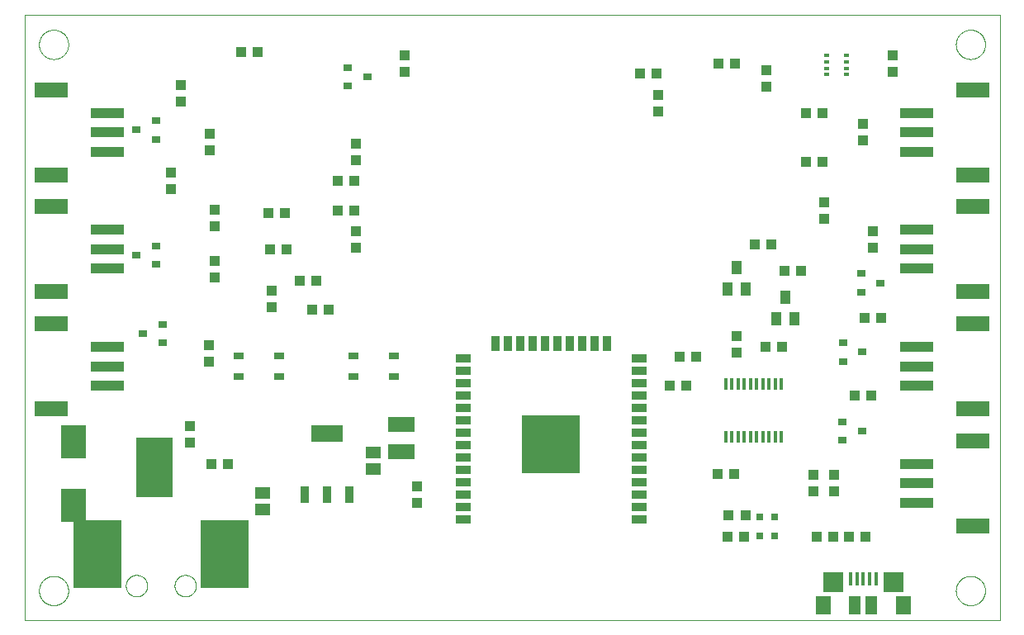
<source format=gbp>
G75*
%MOIN*%
%OFA0B0*%
%FSLAX25Y25*%
%IPPOS*%
%LPD*%
%AMOC8*
5,1,8,0,0,1.08239X$1,22.5*
%
%ADD10C,0.00000*%
%ADD11R,0.05906X0.05118*%
%ADD12R,0.04331X0.03937*%
%ADD13R,0.03937X0.04331*%
%ADD14R,0.10630X0.06299*%
%ADD15R,0.13780X0.03937*%
%ADD16R,0.13386X0.05906*%
%ADD17R,0.03543X0.03150*%
%ADD18R,0.03150X0.03150*%
%ADD19R,0.04134X0.02559*%
%ADD20R,0.03937X0.05512*%
%ADD21R,0.01500X0.04500*%
%ADD22R,0.05906X0.03543*%
%ADD23R,0.03543X0.05906*%
%ADD24R,0.23622X0.23622*%
%ADD25R,0.01969X0.01378*%
%ADD26R,0.09843X0.13780*%
%ADD27R,0.01575X0.05315*%
%ADD28R,0.08268X0.07874*%
%ADD29R,0.04724X0.07480*%
%ADD30R,0.06299X0.07480*%
%ADD31R,0.19685X0.27559*%
%ADD32R,0.14961X0.24016*%
%ADD33R,0.03740X0.06890*%
%ADD34R,0.12598X0.06890*%
D10*
X0009166Y0018906D02*
X0009166Y0263000D01*
X0402866Y0263000D01*
X0402866Y0018906D01*
X0009166Y0018906D01*
X0015071Y0030717D02*
X0015073Y0030870D01*
X0015079Y0031024D01*
X0015089Y0031177D01*
X0015103Y0031329D01*
X0015121Y0031482D01*
X0015143Y0031633D01*
X0015168Y0031784D01*
X0015198Y0031935D01*
X0015232Y0032085D01*
X0015269Y0032233D01*
X0015310Y0032381D01*
X0015355Y0032527D01*
X0015404Y0032673D01*
X0015457Y0032817D01*
X0015513Y0032959D01*
X0015573Y0033100D01*
X0015637Y0033240D01*
X0015704Y0033378D01*
X0015775Y0033514D01*
X0015850Y0033648D01*
X0015927Y0033780D01*
X0016009Y0033910D01*
X0016093Y0034038D01*
X0016181Y0034164D01*
X0016272Y0034287D01*
X0016366Y0034408D01*
X0016464Y0034526D01*
X0016564Y0034642D01*
X0016668Y0034755D01*
X0016774Y0034866D01*
X0016883Y0034974D01*
X0016995Y0035079D01*
X0017109Y0035180D01*
X0017227Y0035279D01*
X0017346Y0035375D01*
X0017468Y0035468D01*
X0017593Y0035557D01*
X0017720Y0035644D01*
X0017849Y0035726D01*
X0017980Y0035806D01*
X0018113Y0035882D01*
X0018248Y0035955D01*
X0018385Y0036024D01*
X0018524Y0036089D01*
X0018664Y0036151D01*
X0018806Y0036209D01*
X0018949Y0036264D01*
X0019094Y0036315D01*
X0019240Y0036362D01*
X0019387Y0036405D01*
X0019535Y0036444D01*
X0019684Y0036480D01*
X0019834Y0036511D01*
X0019985Y0036539D01*
X0020136Y0036563D01*
X0020289Y0036583D01*
X0020441Y0036599D01*
X0020594Y0036611D01*
X0020747Y0036619D01*
X0020900Y0036623D01*
X0021054Y0036623D01*
X0021207Y0036619D01*
X0021360Y0036611D01*
X0021513Y0036599D01*
X0021665Y0036583D01*
X0021818Y0036563D01*
X0021969Y0036539D01*
X0022120Y0036511D01*
X0022270Y0036480D01*
X0022419Y0036444D01*
X0022567Y0036405D01*
X0022714Y0036362D01*
X0022860Y0036315D01*
X0023005Y0036264D01*
X0023148Y0036209D01*
X0023290Y0036151D01*
X0023430Y0036089D01*
X0023569Y0036024D01*
X0023706Y0035955D01*
X0023841Y0035882D01*
X0023974Y0035806D01*
X0024105Y0035726D01*
X0024234Y0035644D01*
X0024361Y0035557D01*
X0024486Y0035468D01*
X0024608Y0035375D01*
X0024727Y0035279D01*
X0024845Y0035180D01*
X0024959Y0035079D01*
X0025071Y0034974D01*
X0025180Y0034866D01*
X0025286Y0034755D01*
X0025390Y0034642D01*
X0025490Y0034526D01*
X0025588Y0034408D01*
X0025682Y0034287D01*
X0025773Y0034164D01*
X0025861Y0034038D01*
X0025945Y0033910D01*
X0026027Y0033780D01*
X0026104Y0033648D01*
X0026179Y0033514D01*
X0026250Y0033378D01*
X0026317Y0033240D01*
X0026381Y0033100D01*
X0026441Y0032959D01*
X0026497Y0032817D01*
X0026550Y0032673D01*
X0026599Y0032527D01*
X0026644Y0032381D01*
X0026685Y0032233D01*
X0026722Y0032085D01*
X0026756Y0031935D01*
X0026786Y0031784D01*
X0026811Y0031633D01*
X0026833Y0031482D01*
X0026851Y0031329D01*
X0026865Y0031177D01*
X0026875Y0031024D01*
X0026881Y0030870D01*
X0026883Y0030717D01*
X0026881Y0030564D01*
X0026875Y0030410D01*
X0026865Y0030257D01*
X0026851Y0030105D01*
X0026833Y0029952D01*
X0026811Y0029801D01*
X0026786Y0029650D01*
X0026756Y0029499D01*
X0026722Y0029349D01*
X0026685Y0029201D01*
X0026644Y0029053D01*
X0026599Y0028907D01*
X0026550Y0028761D01*
X0026497Y0028617D01*
X0026441Y0028475D01*
X0026381Y0028334D01*
X0026317Y0028194D01*
X0026250Y0028056D01*
X0026179Y0027920D01*
X0026104Y0027786D01*
X0026027Y0027654D01*
X0025945Y0027524D01*
X0025861Y0027396D01*
X0025773Y0027270D01*
X0025682Y0027147D01*
X0025588Y0027026D01*
X0025490Y0026908D01*
X0025390Y0026792D01*
X0025286Y0026679D01*
X0025180Y0026568D01*
X0025071Y0026460D01*
X0024959Y0026355D01*
X0024845Y0026254D01*
X0024727Y0026155D01*
X0024608Y0026059D01*
X0024486Y0025966D01*
X0024361Y0025877D01*
X0024234Y0025790D01*
X0024105Y0025708D01*
X0023974Y0025628D01*
X0023841Y0025552D01*
X0023706Y0025479D01*
X0023569Y0025410D01*
X0023430Y0025345D01*
X0023290Y0025283D01*
X0023148Y0025225D01*
X0023005Y0025170D01*
X0022860Y0025119D01*
X0022714Y0025072D01*
X0022567Y0025029D01*
X0022419Y0024990D01*
X0022270Y0024954D01*
X0022120Y0024923D01*
X0021969Y0024895D01*
X0021818Y0024871D01*
X0021665Y0024851D01*
X0021513Y0024835D01*
X0021360Y0024823D01*
X0021207Y0024815D01*
X0021054Y0024811D01*
X0020900Y0024811D01*
X0020747Y0024815D01*
X0020594Y0024823D01*
X0020441Y0024835D01*
X0020289Y0024851D01*
X0020136Y0024871D01*
X0019985Y0024895D01*
X0019834Y0024923D01*
X0019684Y0024954D01*
X0019535Y0024990D01*
X0019387Y0025029D01*
X0019240Y0025072D01*
X0019094Y0025119D01*
X0018949Y0025170D01*
X0018806Y0025225D01*
X0018664Y0025283D01*
X0018524Y0025345D01*
X0018385Y0025410D01*
X0018248Y0025479D01*
X0018113Y0025552D01*
X0017980Y0025628D01*
X0017849Y0025708D01*
X0017720Y0025790D01*
X0017593Y0025877D01*
X0017468Y0025966D01*
X0017346Y0026059D01*
X0017227Y0026155D01*
X0017109Y0026254D01*
X0016995Y0026355D01*
X0016883Y0026460D01*
X0016774Y0026568D01*
X0016668Y0026679D01*
X0016564Y0026792D01*
X0016464Y0026908D01*
X0016366Y0027026D01*
X0016272Y0027147D01*
X0016181Y0027270D01*
X0016093Y0027396D01*
X0016009Y0027524D01*
X0015927Y0027654D01*
X0015850Y0027786D01*
X0015775Y0027920D01*
X0015704Y0028056D01*
X0015637Y0028194D01*
X0015573Y0028334D01*
X0015513Y0028475D01*
X0015457Y0028617D01*
X0015404Y0028761D01*
X0015355Y0028907D01*
X0015310Y0029053D01*
X0015269Y0029201D01*
X0015232Y0029349D01*
X0015198Y0029499D01*
X0015168Y0029650D01*
X0015143Y0029801D01*
X0015121Y0029952D01*
X0015103Y0030105D01*
X0015089Y0030257D01*
X0015079Y0030410D01*
X0015073Y0030564D01*
X0015071Y0030717D01*
X0050110Y0032685D02*
X0050112Y0032816D01*
X0050118Y0032948D01*
X0050128Y0033079D01*
X0050142Y0033210D01*
X0050160Y0033340D01*
X0050182Y0033469D01*
X0050207Y0033598D01*
X0050237Y0033726D01*
X0050271Y0033853D01*
X0050308Y0033980D01*
X0050349Y0034104D01*
X0050394Y0034228D01*
X0050443Y0034350D01*
X0050495Y0034471D01*
X0050551Y0034589D01*
X0050611Y0034707D01*
X0050674Y0034822D01*
X0050741Y0034935D01*
X0050811Y0035047D01*
X0050884Y0035156D01*
X0050960Y0035262D01*
X0051040Y0035367D01*
X0051123Y0035469D01*
X0051209Y0035568D01*
X0051298Y0035665D01*
X0051390Y0035759D01*
X0051485Y0035850D01*
X0051582Y0035939D01*
X0051682Y0036024D01*
X0051785Y0036106D01*
X0051890Y0036185D01*
X0051997Y0036261D01*
X0052107Y0036333D01*
X0052219Y0036402D01*
X0052333Y0036468D01*
X0052448Y0036530D01*
X0052566Y0036589D01*
X0052685Y0036644D01*
X0052806Y0036696D01*
X0052929Y0036743D01*
X0053053Y0036787D01*
X0053178Y0036828D01*
X0053304Y0036864D01*
X0053432Y0036897D01*
X0053560Y0036925D01*
X0053689Y0036950D01*
X0053819Y0036971D01*
X0053949Y0036988D01*
X0054080Y0037001D01*
X0054211Y0037010D01*
X0054342Y0037015D01*
X0054474Y0037016D01*
X0054605Y0037013D01*
X0054737Y0037006D01*
X0054868Y0036995D01*
X0054998Y0036980D01*
X0055128Y0036961D01*
X0055258Y0036938D01*
X0055386Y0036912D01*
X0055514Y0036881D01*
X0055641Y0036846D01*
X0055767Y0036808D01*
X0055891Y0036766D01*
X0056015Y0036720D01*
X0056136Y0036670D01*
X0056256Y0036617D01*
X0056375Y0036560D01*
X0056492Y0036500D01*
X0056606Y0036436D01*
X0056719Y0036368D01*
X0056830Y0036297D01*
X0056939Y0036223D01*
X0057045Y0036146D01*
X0057149Y0036065D01*
X0057250Y0035982D01*
X0057349Y0035895D01*
X0057445Y0035805D01*
X0057538Y0035712D01*
X0057629Y0035617D01*
X0057716Y0035519D01*
X0057801Y0035418D01*
X0057882Y0035315D01*
X0057960Y0035209D01*
X0058035Y0035101D01*
X0058107Y0034991D01*
X0058175Y0034879D01*
X0058240Y0034765D01*
X0058301Y0034648D01*
X0058359Y0034530D01*
X0058413Y0034410D01*
X0058464Y0034289D01*
X0058511Y0034166D01*
X0058554Y0034042D01*
X0058593Y0033917D01*
X0058629Y0033790D01*
X0058660Y0033662D01*
X0058688Y0033534D01*
X0058712Y0033405D01*
X0058732Y0033275D01*
X0058748Y0033144D01*
X0058760Y0033013D01*
X0058768Y0032882D01*
X0058772Y0032751D01*
X0058772Y0032619D01*
X0058768Y0032488D01*
X0058760Y0032357D01*
X0058748Y0032226D01*
X0058732Y0032095D01*
X0058712Y0031965D01*
X0058688Y0031836D01*
X0058660Y0031708D01*
X0058629Y0031580D01*
X0058593Y0031453D01*
X0058554Y0031328D01*
X0058511Y0031204D01*
X0058464Y0031081D01*
X0058413Y0030960D01*
X0058359Y0030840D01*
X0058301Y0030722D01*
X0058240Y0030605D01*
X0058175Y0030491D01*
X0058107Y0030379D01*
X0058035Y0030269D01*
X0057960Y0030161D01*
X0057882Y0030055D01*
X0057801Y0029952D01*
X0057716Y0029851D01*
X0057629Y0029753D01*
X0057538Y0029658D01*
X0057445Y0029565D01*
X0057349Y0029475D01*
X0057250Y0029388D01*
X0057149Y0029305D01*
X0057045Y0029224D01*
X0056939Y0029147D01*
X0056830Y0029073D01*
X0056719Y0029002D01*
X0056607Y0028934D01*
X0056492Y0028870D01*
X0056375Y0028810D01*
X0056256Y0028753D01*
X0056136Y0028700D01*
X0056015Y0028650D01*
X0055891Y0028604D01*
X0055767Y0028562D01*
X0055641Y0028524D01*
X0055514Y0028489D01*
X0055386Y0028458D01*
X0055258Y0028432D01*
X0055128Y0028409D01*
X0054998Y0028390D01*
X0054868Y0028375D01*
X0054737Y0028364D01*
X0054605Y0028357D01*
X0054474Y0028354D01*
X0054342Y0028355D01*
X0054211Y0028360D01*
X0054080Y0028369D01*
X0053949Y0028382D01*
X0053819Y0028399D01*
X0053689Y0028420D01*
X0053560Y0028445D01*
X0053432Y0028473D01*
X0053304Y0028506D01*
X0053178Y0028542D01*
X0053053Y0028583D01*
X0052929Y0028627D01*
X0052806Y0028674D01*
X0052685Y0028726D01*
X0052566Y0028781D01*
X0052448Y0028840D01*
X0052333Y0028902D01*
X0052219Y0028968D01*
X0052107Y0029037D01*
X0051997Y0029109D01*
X0051890Y0029185D01*
X0051785Y0029264D01*
X0051682Y0029346D01*
X0051582Y0029431D01*
X0051485Y0029520D01*
X0051390Y0029611D01*
X0051298Y0029705D01*
X0051209Y0029802D01*
X0051123Y0029901D01*
X0051040Y0030003D01*
X0050960Y0030108D01*
X0050884Y0030214D01*
X0050811Y0030323D01*
X0050741Y0030435D01*
X0050674Y0030548D01*
X0050611Y0030663D01*
X0050551Y0030781D01*
X0050495Y0030899D01*
X0050443Y0031020D01*
X0050394Y0031142D01*
X0050349Y0031266D01*
X0050308Y0031390D01*
X0050271Y0031517D01*
X0050237Y0031644D01*
X0050207Y0031772D01*
X0050182Y0031901D01*
X0050160Y0032030D01*
X0050142Y0032160D01*
X0050128Y0032291D01*
X0050118Y0032422D01*
X0050112Y0032554D01*
X0050110Y0032685D01*
X0069795Y0032685D02*
X0069797Y0032816D01*
X0069803Y0032948D01*
X0069813Y0033079D01*
X0069827Y0033210D01*
X0069845Y0033340D01*
X0069867Y0033469D01*
X0069892Y0033598D01*
X0069922Y0033726D01*
X0069956Y0033853D01*
X0069993Y0033980D01*
X0070034Y0034104D01*
X0070079Y0034228D01*
X0070128Y0034350D01*
X0070180Y0034471D01*
X0070236Y0034589D01*
X0070296Y0034707D01*
X0070359Y0034822D01*
X0070426Y0034935D01*
X0070496Y0035047D01*
X0070569Y0035156D01*
X0070645Y0035262D01*
X0070725Y0035367D01*
X0070808Y0035469D01*
X0070894Y0035568D01*
X0070983Y0035665D01*
X0071075Y0035759D01*
X0071170Y0035850D01*
X0071267Y0035939D01*
X0071367Y0036024D01*
X0071470Y0036106D01*
X0071575Y0036185D01*
X0071682Y0036261D01*
X0071792Y0036333D01*
X0071904Y0036402D01*
X0072018Y0036468D01*
X0072133Y0036530D01*
X0072251Y0036589D01*
X0072370Y0036644D01*
X0072491Y0036696D01*
X0072614Y0036743D01*
X0072738Y0036787D01*
X0072863Y0036828D01*
X0072989Y0036864D01*
X0073117Y0036897D01*
X0073245Y0036925D01*
X0073374Y0036950D01*
X0073504Y0036971D01*
X0073634Y0036988D01*
X0073765Y0037001D01*
X0073896Y0037010D01*
X0074027Y0037015D01*
X0074159Y0037016D01*
X0074290Y0037013D01*
X0074422Y0037006D01*
X0074553Y0036995D01*
X0074683Y0036980D01*
X0074813Y0036961D01*
X0074943Y0036938D01*
X0075071Y0036912D01*
X0075199Y0036881D01*
X0075326Y0036846D01*
X0075452Y0036808D01*
X0075576Y0036766D01*
X0075700Y0036720D01*
X0075821Y0036670D01*
X0075941Y0036617D01*
X0076060Y0036560D01*
X0076177Y0036500D01*
X0076291Y0036436D01*
X0076404Y0036368D01*
X0076515Y0036297D01*
X0076624Y0036223D01*
X0076730Y0036146D01*
X0076834Y0036065D01*
X0076935Y0035982D01*
X0077034Y0035895D01*
X0077130Y0035805D01*
X0077223Y0035712D01*
X0077314Y0035617D01*
X0077401Y0035519D01*
X0077486Y0035418D01*
X0077567Y0035315D01*
X0077645Y0035209D01*
X0077720Y0035101D01*
X0077792Y0034991D01*
X0077860Y0034879D01*
X0077925Y0034765D01*
X0077986Y0034648D01*
X0078044Y0034530D01*
X0078098Y0034410D01*
X0078149Y0034289D01*
X0078196Y0034166D01*
X0078239Y0034042D01*
X0078278Y0033917D01*
X0078314Y0033790D01*
X0078345Y0033662D01*
X0078373Y0033534D01*
X0078397Y0033405D01*
X0078417Y0033275D01*
X0078433Y0033144D01*
X0078445Y0033013D01*
X0078453Y0032882D01*
X0078457Y0032751D01*
X0078457Y0032619D01*
X0078453Y0032488D01*
X0078445Y0032357D01*
X0078433Y0032226D01*
X0078417Y0032095D01*
X0078397Y0031965D01*
X0078373Y0031836D01*
X0078345Y0031708D01*
X0078314Y0031580D01*
X0078278Y0031453D01*
X0078239Y0031328D01*
X0078196Y0031204D01*
X0078149Y0031081D01*
X0078098Y0030960D01*
X0078044Y0030840D01*
X0077986Y0030722D01*
X0077925Y0030605D01*
X0077860Y0030491D01*
X0077792Y0030379D01*
X0077720Y0030269D01*
X0077645Y0030161D01*
X0077567Y0030055D01*
X0077486Y0029952D01*
X0077401Y0029851D01*
X0077314Y0029753D01*
X0077223Y0029658D01*
X0077130Y0029565D01*
X0077034Y0029475D01*
X0076935Y0029388D01*
X0076834Y0029305D01*
X0076730Y0029224D01*
X0076624Y0029147D01*
X0076515Y0029073D01*
X0076404Y0029002D01*
X0076292Y0028934D01*
X0076177Y0028870D01*
X0076060Y0028810D01*
X0075941Y0028753D01*
X0075821Y0028700D01*
X0075700Y0028650D01*
X0075576Y0028604D01*
X0075452Y0028562D01*
X0075326Y0028524D01*
X0075199Y0028489D01*
X0075071Y0028458D01*
X0074943Y0028432D01*
X0074813Y0028409D01*
X0074683Y0028390D01*
X0074553Y0028375D01*
X0074422Y0028364D01*
X0074290Y0028357D01*
X0074159Y0028354D01*
X0074027Y0028355D01*
X0073896Y0028360D01*
X0073765Y0028369D01*
X0073634Y0028382D01*
X0073504Y0028399D01*
X0073374Y0028420D01*
X0073245Y0028445D01*
X0073117Y0028473D01*
X0072989Y0028506D01*
X0072863Y0028542D01*
X0072738Y0028583D01*
X0072614Y0028627D01*
X0072491Y0028674D01*
X0072370Y0028726D01*
X0072251Y0028781D01*
X0072133Y0028840D01*
X0072018Y0028902D01*
X0071904Y0028968D01*
X0071792Y0029037D01*
X0071682Y0029109D01*
X0071575Y0029185D01*
X0071470Y0029264D01*
X0071367Y0029346D01*
X0071267Y0029431D01*
X0071170Y0029520D01*
X0071075Y0029611D01*
X0070983Y0029705D01*
X0070894Y0029802D01*
X0070808Y0029901D01*
X0070725Y0030003D01*
X0070645Y0030108D01*
X0070569Y0030214D01*
X0070496Y0030323D01*
X0070426Y0030435D01*
X0070359Y0030548D01*
X0070296Y0030663D01*
X0070236Y0030781D01*
X0070180Y0030899D01*
X0070128Y0031020D01*
X0070079Y0031142D01*
X0070034Y0031266D01*
X0069993Y0031390D01*
X0069956Y0031517D01*
X0069922Y0031644D01*
X0069892Y0031772D01*
X0069867Y0031901D01*
X0069845Y0032030D01*
X0069827Y0032160D01*
X0069813Y0032291D01*
X0069803Y0032422D01*
X0069797Y0032554D01*
X0069795Y0032685D01*
X0015071Y0251189D02*
X0015073Y0251342D01*
X0015079Y0251496D01*
X0015089Y0251649D01*
X0015103Y0251801D01*
X0015121Y0251954D01*
X0015143Y0252105D01*
X0015168Y0252256D01*
X0015198Y0252407D01*
X0015232Y0252557D01*
X0015269Y0252705D01*
X0015310Y0252853D01*
X0015355Y0252999D01*
X0015404Y0253145D01*
X0015457Y0253289D01*
X0015513Y0253431D01*
X0015573Y0253572D01*
X0015637Y0253712D01*
X0015704Y0253850D01*
X0015775Y0253986D01*
X0015850Y0254120D01*
X0015927Y0254252D01*
X0016009Y0254382D01*
X0016093Y0254510D01*
X0016181Y0254636D01*
X0016272Y0254759D01*
X0016366Y0254880D01*
X0016464Y0254998D01*
X0016564Y0255114D01*
X0016668Y0255227D01*
X0016774Y0255338D01*
X0016883Y0255446D01*
X0016995Y0255551D01*
X0017109Y0255652D01*
X0017227Y0255751D01*
X0017346Y0255847D01*
X0017468Y0255940D01*
X0017593Y0256029D01*
X0017720Y0256116D01*
X0017849Y0256198D01*
X0017980Y0256278D01*
X0018113Y0256354D01*
X0018248Y0256427D01*
X0018385Y0256496D01*
X0018524Y0256561D01*
X0018664Y0256623D01*
X0018806Y0256681D01*
X0018949Y0256736D01*
X0019094Y0256787D01*
X0019240Y0256834D01*
X0019387Y0256877D01*
X0019535Y0256916D01*
X0019684Y0256952D01*
X0019834Y0256983D01*
X0019985Y0257011D01*
X0020136Y0257035D01*
X0020289Y0257055D01*
X0020441Y0257071D01*
X0020594Y0257083D01*
X0020747Y0257091D01*
X0020900Y0257095D01*
X0021054Y0257095D01*
X0021207Y0257091D01*
X0021360Y0257083D01*
X0021513Y0257071D01*
X0021665Y0257055D01*
X0021818Y0257035D01*
X0021969Y0257011D01*
X0022120Y0256983D01*
X0022270Y0256952D01*
X0022419Y0256916D01*
X0022567Y0256877D01*
X0022714Y0256834D01*
X0022860Y0256787D01*
X0023005Y0256736D01*
X0023148Y0256681D01*
X0023290Y0256623D01*
X0023430Y0256561D01*
X0023569Y0256496D01*
X0023706Y0256427D01*
X0023841Y0256354D01*
X0023974Y0256278D01*
X0024105Y0256198D01*
X0024234Y0256116D01*
X0024361Y0256029D01*
X0024486Y0255940D01*
X0024608Y0255847D01*
X0024727Y0255751D01*
X0024845Y0255652D01*
X0024959Y0255551D01*
X0025071Y0255446D01*
X0025180Y0255338D01*
X0025286Y0255227D01*
X0025390Y0255114D01*
X0025490Y0254998D01*
X0025588Y0254880D01*
X0025682Y0254759D01*
X0025773Y0254636D01*
X0025861Y0254510D01*
X0025945Y0254382D01*
X0026027Y0254252D01*
X0026104Y0254120D01*
X0026179Y0253986D01*
X0026250Y0253850D01*
X0026317Y0253712D01*
X0026381Y0253572D01*
X0026441Y0253431D01*
X0026497Y0253289D01*
X0026550Y0253145D01*
X0026599Y0252999D01*
X0026644Y0252853D01*
X0026685Y0252705D01*
X0026722Y0252557D01*
X0026756Y0252407D01*
X0026786Y0252256D01*
X0026811Y0252105D01*
X0026833Y0251954D01*
X0026851Y0251801D01*
X0026865Y0251649D01*
X0026875Y0251496D01*
X0026881Y0251342D01*
X0026883Y0251189D01*
X0026881Y0251036D01*
X0026875Y0250882D01*
X0026865Y0250729D01*
X0026851Y0250577D01*
X0026833Y0250424D01*
X0026811Y0250273D01*
X0026786Y0250122D01*
X0026756Y0249971D01*
X0026722Y0249821D01*
X0026685Y0249673D01*
X0026644Y0249525D01*
X0026599Y0249379D01*
X0026550Y0249233D01*
X0026497Y0249089D01*
X0026441Y0248947D01*
X0026381Y0248806D01*
X0026317Y0248666D01*
X0026250Y0248528D01*
X0026179Y0248392D01*
X0026104Y0248258D01*
X0026027Y0248126D01*
X0025945Y0247996D01*
X0025861Y0247868D01*
X0025773Y0247742D01*
X0025682Y0247619D01*
X0025588Y0247498D01*
X0025490Y0247380D01*
X0025390Y0247264D01*
X0025286Y0247151D01*
X0025180Y0247040D01*
X0025071Y0246932D01*
X0024959Y0246827D01*
X0024845Y0246726D01*
X0024727Y0246627D01*
X0024608Y0246531D01*
X0024486Y0246438D01*
X0024361Y0246349D01*
X0024234Y0246262D01*
X0024105Y0246180D01*
X0023974Y0246100D01*
X0023841Y0246024D01*
X0023706Y0245951D01*
X0023569Y0245882D01*
X0023430Y0245817D01*
X0023290Y0245755D01*
X0023148Y0245697D01*
X0023005Y0245642D01*
X0022860Y0245591D01*
X0022714Y0245544D01*
X0022567Y0245501D01*
X0022419Y0245462D01*
X0022270Y0245426D01*
X0022120Y0245395D01*
X0021969Y0245367D01*
X0021818Y0245343D01*
X0021665Y0245323D01*
X0021513Y0245307D01*
X0021360Y0245295D01*
X0021207Y0245287D01*
X0021054Y0245283D01*
X0020900Y0245283D01*
X0020747Y0245287D01*
X0020594Y0245295D01*
X0020441Y0245307D01*
X0020289Y0245323D01*
X0020136Y0245343D01*
X0019985Y0245367D01*
X0019834Y0245395D01*
X0019684Y0245426D01*
X0019535Y0245462D01*
X0019387Y0245501D01*
X0019240Y0245544D01*
X0019094Y0245591D01*
X0018949Y0245642D01*
X0018806Y0245697D01*
X0018664Y0245755D01*
X0018524Y0245817D01*
X0018385Y0245882D01*
X0018248Y0245951D01*
X0018113Y0246024D01*
X0017980Y0246100D01*
X0017849Y0246180D01*
X0017720Y0246262D01*
X0017593Y0246349D01*
X0017468Y0246438D01*
X0017346Y0246531D01*
X0017227Y0246627D01*
X0017109Y0246726D01*
X0016995Y0246827D01*
X0016883Y0246932D01*
X0016774Y0247040D01*
X0016668Y0247151D01*
X0016564Y0247264D01*
X0016464Y0247380D01*
X0016366Y0247498D01*
X0016272Y0247619D01*
X0016181Y0247742D01*
X0016093Y0247868D01*
X0016009Y0247996D01*
X0015927Y0248126D01*
X0015850Y0248258D01*
X0015775Y0248392D01*
X0015704Y0248528D01*
X0015637Y0248666D01*
X0015573Y0248806D01*
X0015513Y0248947D01*
X0015457Y0249089D01*
X0015404Y0249233D01*
X0015355Y0249379D01*
X0015310Y0249525D01*
X0015269Y0249673D01*
X0015232Y0249821D01*
X0015198Y0249971D01*
X0015168Y0250122D01*
X0015143Y0250273D01*
X0015121Y0250424D01*
X0015103Y0250577D01*
X0015089Y0250729D01*
X0015079Y0250882D01*
X0015073Y0251036D01*
X0015071Y0251189D01*
X0385149Y0251189D02*
X0385151Y0251342D01*
X0385157Y0251496D01*
X0385167Y0251649D01*
X0385181Y0251801D01*
X0385199Y0251954D01*
X0385221Y0252105D01*
X0385246Y0252256D01*
X0385276Y0252407D01*
X0385310Y0252557D01*
X0385347Y0252705D01*
X0385388Y0252853D01*
X0385433Y0252999D01*
X0385482Y0253145D01*
X0385535Y0253289D01*
X0385591Y0253431D01*
X0385651Y0253572D01*
X0385715Y0253712D01*
X0385782Y0253850D01*
X0385853Y0253986D01*
X0385928Y0254120D01*
X0386005Y0254252D01*
X0386087Y0254382D01*
X0386171Y0254510D01*
X0386259Y0254636D01*
X0386350Y0254759D01*
X0386444Y0254880D01*
X0386542Y0254998D01*
X0386642Y0255114D01*
X0386746Y0255227D01*
X0386852Y0255338D01*
X0386961Y0255446D01*
X0387073Y0255551D01*
X0387187Y0255652D01*
X0387305Y0255751D01*
X0387424Y0255847D01*
X0387546Y0255940D01*
X0387671Y0256029D01*
X0387798Y0256116D01*
X0387927Y0256198D01*
X0388058Y0256278D01*
X0388191Y0256354D01*
X0388326Y0256427D01*
X0388463Y0256496D01*
X0388602Y0256561D01*
X0388742Y0256623D01*
X0388884Y0256681D01*
X0389027Y0256736D01*
X0389172Y0256787D01*
X0389318Y0256834D01*
X0389465Y0256877D01*
X0389613Y0256916D01*
X0389762Y0256952D01*
X0389912Y0256983D01*
X0390063Y0257011D01*
X0390214Y0257035D01*
X0390367Y0257055D01*
X0390519Y0257071D01*
X0390672Y0257083D01*
X0390825Y0257091D01*
X0390978Y0257095D01*
X0391132Y0257095D01*
X0391285Y0257091D01*
X0391438Y0257083D01*
X0391591Y0257071D01*
X0391743Y0257055D01*
X0391896Y0257035D01*
X0392047Y0257011D01*
X0392198Y0256983D01*
X0392348Y0256952D01*
X0392497Y0256916D01*
X0392645Y0256877D01*
X0392792Y0256834D01*
X0392938Y0256787D01*
X0393083Y0256736D01*
X0393226Y0256681D01*
X0393368Y0256623D01*
X0393508Y0256561D01*
X0393647Y0256496D01*
X0393784Y0256427D01*
X0393919Y0256354D01*
X0394052Y0256278D01*
X0394183Y0256198D01*
X0394312Y0256116D01*
X0394439Y0256029D01*
X0394564Y0255940D01*
X0394686Y0255847D01*
X0394805Y0255751D01*
X0394923Y0255652D01*
X0395037Y0255551D01*
X0395149Y0255446D01*
X0395258Y0255338D01*
X0395364Y0255227D01*
X0395468Y0255114D01*
X0395568Y0254998D01*
X0395666Y0254880D01*
X0395760Y0254759D01*
X0395851Y0254636D01*
X0395939Y0254510D01*
X0396023Y0254382D01*
X0396105Y0254252D01*
X0396182Y0254120D01*
X0396257Y0253986D01*
X0396328Y0253850D01*
X0396395Y0253712D01*
X0396459Y0253572D01*
X0396519Y0253431D01*
X0396575Y0253289D01*
X0396628Y0253145D01*
X0396677Y0252999D01*
X0396722Y0252853D01*
X0396763Y0252705D01*
X0396800Y0252557D01*
X0396834Y0252407D01*
X0396864Y0252256D01*
X0396889Y0252105D01*
X0396911Y0251954D01*
X0396929Y0251801D01*
X0396943Y0251649D01*
X0396953Y0251496D01*
X0396959Y0251342D01*
X0396961Y0251189D01*
X0396959Y0251036D01*
X0396953Y0250882D01*
X0396943Y0250729D01*
X0396929Y0250577D01*
X0396911Y0250424D01*
X0396889Y0250273D01*
X0396864Y0250122D01*
X0396834Y0249971D01*
X0396800Y0249821D01*
X0396763Y0249673D01*
X0396722Y0249525D01*
X0396677Y0249379D01*
X0396628Y0249233D01*
X0396575Y0249089D01*
X0396519Y0248947D01*
X0396459Y0248806D01*
X0396395Y0248666D01*
X0396328Y0248528D01*
X0396257Y0248392D01*
X0396182Y0248258D01*
X0396105Y0248126D01*
X0396023Y0247996D01*
X0395939Y0247868D01*
X0395851Y0247742D01*
X0395760Y0247619D01*
X0395666Y0247498D01*
X0395568Y0247380D01*
X0395468Y0247264D01*
X0395364Y0247151D01*
X0395258Y0247040D01*
X0395149Y0246932D01*
X0395037Y0246827D01*
X0394923Y0246726D01*
X0394805Y0246627D01*
X0394686Y0246531D01*
X0394564Y0246438D01*
X0394439Y0246349D01*
X0394312Y0246262D01*
X0394183Y0246180D01*
X0394052Y0246100D01*
X0393919Y0246024D01*
X0393784Y0245951D01*
X0393647Y0245882D01*
X0393508Y0245817D01*
X0393368Y0245755D01*
X0393226Y0245697D01*
X0393083Y0245642D01*
X0392938Y0245591D01*
X0392792Y0245544D01*
X0392645Y0245501D01*
X0392497Y0245462D01*
X0392348Y0245426D01*
X0392198Y0245395D01*
X0392047Y0245367D01*
X0391896Y0245343D01*
X0391743Y0245323D01*
X0391591Y0245307D01*
X0391438Y0245295D01*
X0391285Y0245287D01*
X0391132Y0245283D01*
X0390978Y0245283D01*
X0390825Y0245287D01*
X0390672Y0245295D01*
X0390519Y0245307D01*
X0390367Y0245323D01*
X0390214Y0245343D01*
X0390063Y0245367D01*
X0389912Y0245395D01*
X0389762Y0245426D01*
X0389613Y0245462D01*
X0389465Y0245501D01*
X0389318Y0245544D01*
X0389172Y0245591D01*
X0389027Y0245642D01*
X0388884Y0245697D01*
X0388742Y0245755D01*
X0388602Y0245817D01*
X0388463Y0245882D01*
X0388326Y0245951D01*
X0388191Y0246024D01*
X0388058Y0246100D01*
X0387927Y0246180D01*
X0387798Y0246262D01*
X0387671Y0246349D01*
X0387546Y0246438D01*
X0387424Y0246531D01*
X0387305Y0246627D01*
X0387187Y0246726D01*
X0387073Y0246827D01*
X0386961Y0246932D01*
X0386852Y0247040D01*
X0386746Y0247151D01*
X0386642Y0247264D01*
X0386542Y0247380D01*
X0386444Y0247498D01*
X0386350Y0247619D01*
X0386259Y0247742D01*
X0386171Y0247868D01*
X0386087Y0247996D01*
X0386005Y0248126D01*
X0385928Y0248258D01*
X0385853Y0248392D01*
X0385782Y0248528D01*
X0385715Y0248666D01*
X0385651Y0248806D01*
X0385591Y0248947D01*
X0385535Y0249089D01*
X0385482Y0249233D01*
X0385433Y0249379D01*
X0385388Y0249525D01*
X0385347Y0249673D01*
X0385310Y0249821D01*
X0385276Y0249971D01*
X0385246Y0250122D01*
X0385221Y0250273D01*
X0385199Y0250424D01*
X0385181Y0250577D01*
X0385167Y0250729D01*
X0385157Y0250882D01*
X0385151Y0251036D01*
X0385149Y0251189D01*
X0385149Y0030717D02*
X0385151Y0030870D01*
X0385157Y0031024D01*
X0385167Y0031177D01*
X0385181Y0031329D01*
X0385199Y0031482D01*
X0385221Y0031633D01*
X0385246Y0031784D01*
X0385276Y0031935D01*
X0385310Y0032085D01*
X0385347Y0032233D01*
X0385388Y0032381D01*
X0385433Y0032527D01*
X0385482Y0032673D01*
X0385535Y0032817D01*
X0385591Y0032959D01*
X0385651Y0033100D01*
X0385715Y0033240D01*
X0385782Y0033378D01*
X0385853Y0033514D01*
X0385928Y0033648D01*
X0386005Y0033780D01*
X0386087Y0033910D01*
X0386171Y0034038D01*
X0386259Y0034164D01*
X0386350Y0034287D01*
X0386444Y0034408D01*
X0386542Y0034526D01*
X0386642Y0034642D01*
X0386746Y0034755D01*
X0386852Y0034866D01*
X0386961Y0034974D01*
X0387073Y0035079D01*
X0387187Y0035180D01*
X0387305Y0035279D01*
X0387424Y0035375D01*
X0387546Y0035468D01*
X0387671Y0035557D01*
X0387798Y0035644D01*
X0387927Y0035726D01*
X0388058Y0035806D01*
X0388191Y0035882D01*
X0388326Y0035955D01*
X0388463Y0036024D01*
X0388602Y0036089D01*
X0388742Y0036151D01*
X0388884Y0036209D01*
X0389027Y0036264D01*
X0389172Y0036315D01*
X0389318Y0036362D01*
X0389465Y0036405D01*
X0389613Y0036444D01*
X0389762Y0036480D01*
X0389912Y0036511D01*
X0390063Y0036539D01*
X0390214Y0036563D01*
X0390367Y0036583D01*
X0390519Y0036599D01*
X0390672Y0036611D01*
X0390825Y0036619D01*
X0390978Y0036623D01*
X0391132Y0036623D01*
X0391285Y0036619D01*
X0391438Y0036611D01*
X0391591Y0036599D01*
X0391743Y0036583D01*
X0391896Y0036563D01*
X0392047Y0036539D01*
X0392198Y0036511D01*
X0392348Y0036480D01*
X0392497Y0036444D01*
X0392645Y0036405D01*
X0392792Y0036362D01*
X0392938Y0036315D01*
X0393083Y0036264D01*
X0393226Y0036209D01*
X0393368Y0036151D01*
X0393508Y0036089D01*
X0393647Y0036024D01*
X0393784Y0035955D01*
X0393919Y0035882D01*
X0394052Y0035806D01*
X0394183Y0035726D01*
X0394312Y0035644D01*
X0394439Y0035557D01*
X0394564Y0035468D01*
X0394686Y0035375D01*
X0394805Y0035279D01*
X0394923Y0035180D01*
X0395037Y0035079D01*
X0395149Y0034974D01*
X0395258Y0034866D01*
X0395364Y0034755D01*
X0395468Y0034642D01*
X0395568Y0034526D01*
X0395666Y0034408D01*
X0395760Y0034287D01*
X0395851Y0034164D01*
X0395939Y0034038D01*
X0396023Y0033910D01*
X0396105Y0033780D01*
X0396182Y0033648D01*
X0396257Y0033514D01*
X0396328Y0033378D01*
X0396395Y0033240D01*
X0396459Y0033100D01*
X0396519Y0032959D01*
X0396575Y0032817D01*
X0396628Y0032673D01*
X0396677Y0032527D01*
X0396722Y0032381D01*
X0396763Y0032233D01*
X0396800Y0032085D01*
X0396834Y0031935D01*
X0396864Y0031784D01*
X0396889Y0031633D01*
X0396911Y0031482D01*
X0396929Y0031329D01*
X0396943Y0031177D01*
X0396953Y0031024D01*
X0396959Y0030870D01*
X0396961Y0030717D01*
X0396959Y0030564D01*
X0396953Y0030410D01*
X0396943Y0030257D01*
X0396929Y0030105D01*
X0396911Y0029952D01*
X0396889Y0029801D01*
X0396864Y0029650D01*
X0396834Y0029499D01*
X0396800Y0029349D01*
X0396763Y0029201D01*
X0396722Y0029053D01*
X0396677Y0028907D01*
X0396628Y0028761D01*
X0396575Y0028617D01*
X0396519Y0028475D01*
X0396459Y0028334D01*
X0396395Y0028194D01*
X0396328Y0028056D01*
X0396257Y0027920D01*
X0396182Y0027786D01*
X0396105Y0027654D01*
X0396023Y0027524D01*
X0395939Y0027396D01*
X0395851Y0027270D01*
X0395760Y0027147D01*
X0395666Y0027026D01*
X0395568Y0026908D01*
X0395468Y0026792D01*
X0395364Y0026679D01*
X0395258Y0026568D01*
X0395149Y0026460D01*
X0395037Y0026355D01*
X0394923Y0026254D01*
X0394805Y0026155D01*
X0394686Y0026059D01*
X0394564Y0025966D01*
X0394439Y0025877D01*
X0394312Y0025790D01*
X0394183Y0025708D01*
X0394052Y0025628D01*
X0393919Y0025552D01*
X0393784Y0025479D01*
X0393647Y0025410D01*
X0393508Y0025345D01*
X0393368Y0025283D01*
X0393226Y0025225D01*
X0393083Y0025170D01*
X0392938Y0025119D01*
X0392792Y0025072D01*
X0392645Y0025029D01*
X0392497Y0024990D01*
X0392348Y0024954D01*
X0392198Y0024923D01*
X0392047Y0024895D01*
X0391896Y0024871D01*
X0391743Y0024851D01*
X0391591Y0024835D01*
X0391438Y0024823D01*
X0391285Y0024815D01*
X0391132Y0024811D01*
X0390978Y0024811D01*
X0390825Y0024815D01*
X0390672Y0024823D01*
X0390519Y0024835D01*
X0390367Y0024851D01*
X0390214Y0024871D01*
X0390063Y0024895D01*
X0389912Y0024923D01*
X0389762Y0024954D01*
X0389613Y0024990D01*
X0389465Y0025029D01*
X0389318Y0025072D01*
X0389172Y0025119D01*
X0389027Y0025170D01*
X0388884Y0025225D01*
X0388742Y0025283D01*
X0388602Y0025345D01*
X0388463Y0025410D01*
X0388326Y0025479D01*
X0388191Y0025552D01*
X0388058Y0025628D01*
X0387927Y0025708D01*
X0387798Y0025790D01*
X0387671Y0025877D01*
X0387546Y0025966D01*
X0387424Y0026059D01*
X0387305Y0026155D01*
X0387187Y0026254D01*
X0387073Y0026355D01*
X0386961Y0026460D01*
X0386852Y0026568D01*
X0386746Y0026679D01*
X0386642Y0026792D01*
X0386542Y0026908D01*
X0386444Y0027026D01*
X0386350Y0027147D01*
X0386259Y0027270D01*
X0386171Y0027396D01*
X0386087Y0027524D01*
X0386005Y0027654D01*
X0385928Y0027786D01*
X0385853Y0027920D01*
X0385782Y0028056D01*
X0385715Y0028194D01*
X0385651Y0028334D01*
X0385591Y0028475D01*
X0385535Y0028617D01*
X0385482Y0028761D01*
X0385433Y0028907D01*
X0385388Y0029053D01*
X0385347Y0029201D01*
X0385310Y0029349D01*
X0385276Y0029499D01*
X0385246Y0029650D01*
X0385221Y0029801D01*
X0385199Y0029952D01*
X0385181Y0030105D01*
X0385167Y0030257D01*
X0385157Y0030410D01*
X0385151Y0030564D01*
X0385149Y0030717D01*
D11*
X0149827Y0079837D03*
X0149827Y0086530D03*
X0105307Y0070138D03*
X0105307Y0063445D03*
D12*
X0108884Y0145031D03*
X0108884Y0151724D03*
X0125168Y0144240D03*
X0131861Y0144240D03*
X0114874Y0168512D03*
X0108181Y0168512D03*
X0085937Y0177909D03*
X0085937Y0184602D03*
X0068221Y0192724D03*
X0068221Y0199417D03*
X0083969Y0208472D03*
X0083969Y0215165D03*
X0072158Y0228157D03*
X0072158Y0234850D03*
X0162709Y0239969D03*
X0162709Y0246661D03*
X0289284Y0243315D03*
X0295977Y0243315D03*
X0308772Y0240756D03*
X0308772Y0234063D03*
X0332000Y0187606D03*
X0332000Y0180913D03*
X0351685Y0175795D03*
X0351685Y0169102D03*
X0322748Y0159850D03*
X0316055Y0159850D03*
X0296567Y0133366D03*
X0296567Y0126673D03*
X0280229Y0125205D03*
X0273536Y0125205D03*
X0289010Y0077646D03*
X0295703Y0077646D03*
X0327670Y0077370D03*
X0327670Y0070677D03*
X0335937Y0070677D03*
X0335937Y0077370D03*
X0335741Y0052370D03*
X0341951Y0052370D03*
X0348644Y0052370D03*
X0329048Y0052370D03*
D13*
X0299733Y0052492D03*
X0293040Y0052492D03*
X0293473Y0061270D03*
X0300166Y0061270D03*
X0344402Y0109457D03*
X0351095Y0109457D03*
X0314945Y0129142D03*
X0308252Y0129142D03*
X0276292Y0113394D03*
X0269599Y0113394D03*
X0303851Y0170480D03*
X0310544Y0170480D03*
X0348339Y0140953D03*
X0355032Y0140953D03*
X0331410Y0203945D03*
X0324717Y0203945D03*
X0324717Y0223630D03*
X0331410Y0223630D03*
X0347748Y0219102D03*
X0347748Y0212409D03*
X0359559Y0239969D03*
X0359559Y0246661D03*
X0264481Y0239378D03*
X0257788Y0239378D03*
X0265071Y0230913D03*
X0265071Y0224220D03*
X0143024Y0211228D03*
X0143024Y0204535D03*
X0142433Y0196071D03*
X0135741Y0196071D03*
X0135741Y0184260D03*
X0142433Y0184260D03*
X0143024Y0175795D03*
X0143024Y0169102D03*
X0127022Y0155783D03*
X0120329Y0155783D03*
X0114211Y0183045D03*
X0107518Y0183045D03*
X0085937Y0163906D03*
X0085937Y0157213D03*
X0083662Y0129669D03*
X0083662Y0122976D03*
X0076095Y0097055D03*
X0076095Y0090362D03*
X0084559Y0081898D03*
X0091252Y0081898D03*
X0167650Y0072713D03*
X0167650Y0066020D03*
X0103300Y0248118D03*
X0096607Y0248118D03*
D14*
X0161357Y0097898D03*
X0161357Y0086874D03*
D15*
X0042630Y0113394D03*
X0042630Y0121268D03*
X0042630Y0129142D03*
X0042630Y0160638D03*
X0042630Y0168512D03*
X0042630Y0176386D03*
X0042630Y0207882D03*
X0042630Y0215756D03*
X0042630Y0223630D03*
X0369402Y0223630D03*
X0369402Y0215756D03*
X0369402Y0207882D03*
X0369402Y0176386D03*
X0369402Y0168512D03*
X0369402Y0160638D03*
X0369402Y0129142D03*
X0369402Y0121268D03*
X0369402Y0113394D03*
X0369402Y0081898D03*
X0369402Y0074024D03*
X0369402Y0066150D03*
D16*
X0392040Y0056898D03*
X0392040Y0091150D03*
X0392040Y0104142D03*
X0392040Y0138394D03*
X0392040Y0151386D03*
X0392040Y0185638D03*
X0392040Y0198630D03*
X0392040Y0232882D03*
X0019992Y0232882D03*
X0019992Y0198630D03*
X0019992Y0185638D03*
X0019992Y0151386D03*
X0019992Y0138394D03*
X0019992Y0104142D03*
D17*
X0057055Y0134522D03*
X0064929Y0138262D03*
X0064929Y0130781D03*
X0062315Y0162400D03*
X0054441Y0166140D03*
X0062315Y0169880D03*
X0062315Y0212919D03*
X0054441Y0216659D03*
X0062315Y0220400D03*
X0139764Y0234362D03*
X0147638Y0238102D03*
X0139764Y0241843D03*
X0339607Y0130778D03*
X0339607Y0123297D03*
X0347481Y0127037D03*
X0346866Y0151224D03*
X0346866Y0158705D03*
X0354741Y0154965D03*
X0339313Y0098967D03*
X0339313Y0091486D03*
X0347187Y0095226D03*
D18*
X0311983Y0060335D03*
X0306077Y0060335D03*
X0306087Y0052659D03*
X0311992Y0052659D03*
D19*
X0158300Y0117134D03*
X0158300Y0125598D03*
X0141961Y0125598D03*
X0141961Y0117134D03*
X0112040Y0117134D03*
X0112040Y0125598D03*
X0095701Y0125598D03*
X0095701Y0117134D03*
D20*
X0292827Y0152370D03*
X0300307Y0152370D03*
X0296567Y0161031D03*
X0316252Y0149220D03*
X0312512Y0140559D03*
X0319992Y0140559D03*
D21*
X0314786Y0113983D03*
X0312286Y0113983D03*
X0309786Y0113983D03*
X0307286Y0113983D03*
X0304786Y0113983D03*
X0302286Y0113983D03*
X0299786Y0113983D03*
X0297286Y0113983D03*
X0294786Y0113983D03*
X0292286Y0113983D03*
X0292286Y0092883D03*
X0294786Y0092883D03*
X0297286Y0092883D03*
X0299786Y0092883D03*
X0302286Y0092883D03*
X0304786Y0092883D03*
X0307286Y0092883D03*
X0309786Y0092883D03*
X0312286Y0092883D03*
X0314786Y0092883D03*
D22*
X0257197Y0094457D03*
X0257197Y0099457D03*
X0257197Y0104457D03*
X0257197Y0109457D03*
X0257197Y0114457D03*
X0257197Y0119457D03*
X0257197Y0124457D03*
X0257197Y0089457D03*
X0257197Y0084457D03*
X0257197Y0079457D03*
X0257197Y0074457D03*
X0257197Y0069457D03*
X0257197Y0064457D03*
X0257197Y0059457D03*
X0186331Y0059457D03*
X0186331Y0064457D03*
X0186331Y0069457D03*
X0186331Y0074457D03*
X0186331Y0079457D03*
X0186331Y0084457D03*
X0186331Y0089457D03*
X0186331Y0094457D03*
X0186331Y0099457D03*
X0186331Y0104457D03*
X0186331Y0109457D03*
X0186331Y0114457D03*
X0186331Y0119457D03*
X0186331Y0124457D03*
D23*
X0199264Y0130323D03*
X0204264Y0130323D03*
X0209264Y0130323D03*
X0214264Y0130323D03*
X0219264Y0130323D03*
X0224264Y0130323D03*
X0229264Y0130323D03*
X0234264Y0130323D03*
X0239264Y0130323D03*
X0244264Y0130323D03*
D24*
X0221764Y0089772D03*
D25*
X0332979Y0239055D03*
X0332979Y0241614D03*
X0332979Y0244173D03*
X0332979Y0246732D03*
X0341050Y0246732D03*
X0341050Y0244173D03*
X0341050Y0241614D03*
X0341050Y0239055D03*
D26*
X0028851Y0090756D03*
X0028851Y0065165D03*
D27*
X0342630Y0035343D03*
X0345189Y0035343D03*
X0347748Y0035343D03*
X0350307Y0035343D03*
X0352866Y0035343D03*
D28*
X0359953Y0034063D03*
X0335544Y0034063D03*
D29*
X0344402Y0024811D03*
X0351095Y0024811D03*
D30*
X0363890Y0024811D03*
X0331607Y0024811D03*
D31*
X0089874Y0045480D03*
X0038693Y0045480D03*
D32*
X0061803Y0080520D03*
D33*
X0122158Y0069496D03*
X0131213Y0069496D03*
X0140268Y0069496D03*
D34*
X0131213Y0094299D03*
M02*

</source>
